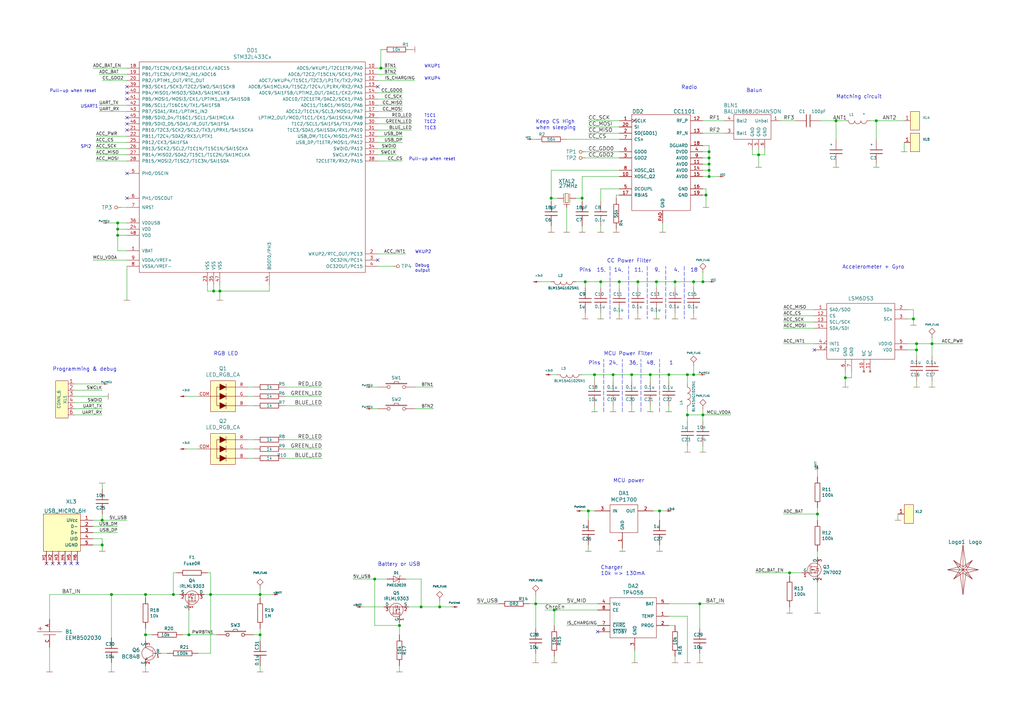
<source format=kicad_sch>
(kicad_sch (version 20210126) (generator eeschema)
  (paper "A3")
  (junction (at 41.91 213.36) (diameter 1.016))
  (junction (at 41.91 223.52) (diameter 1.016))
  (junction (at 45.72 243.84) (diameter 1.016))
  (junction (at 48.26 91.44) (diameter 1.016))
  (junction (at 48.26 93.98) (diameter 1.016))
  (junction (at 48.26 96.52) (diameter 1.016))
  (junction (at 59.69 243.84) (diameter 1.016))
  (junction (at 59.69 260.35) (diameter 1.016))
  (junction (at 71.12 243.84) (diameter 1.016))
  (junction (at 77.47 260.35) (diameter 1.016))
  (junction (at 86.36 243.84) (diameter 1.016))
  (junction (at 87.63 119.38) (diameter 1.016))
  (junction (at 90.17 119.38) (diameter 1.016))
  (junction (at 106.68 243.84) (diameter 1.016))
  (junction (at 106.68 260.35) (diameter 1.016))
  (junction (at 153.67 237.49) (diameter 1.016))
  (junction (at 156.21 27.94) (diameter 1.016))
  (junction (at 163.83 256.54) (diameter 1.016))
  (junction (at 172.72 248.92) (diameter 1.016))
  (junction (at 180.34 248.92) (diameter 1.016))
  (junction (at 219.71 247.65) (diameter 1.016))
  (junction (at 226.06 81.28) (diameter 1.016))
  (junction (at 227.33 250.19) (diameter 1.016))
  (junction (at 238.76 81.28) (diameter 1.016))
  (junction (at 240.03 115.57) (diameter 1.016))
  (junction (at 241.3 209.55) (diameter 1.016))
  (junction (at 243.84 153.67) (diameter 1.016))
  (junction (at 246.38 115.57) (diameter 1.016))
  (junction (at 251.46 153.67) (diameter 1.016))
  (junction (at 254 115.57) (diameter 1.016))
  (junction (at 259.08 153.67) (diameter 1.016))
  (junction (at 261.62 115.57) (diameter 1.016))
  (junction (at 266.7 153.67) (diameter 1.016))
  (junction (at 269.24 115.57) (diameter 1.016))
  (junction (at 270.51 209.55) (diameter 1.016))
  (junction (at 274.32 153.67) (diameter 1.016))
  (junction (at 276.86 115.57) (diameter 1.016))
  (junction (at 281.94 153.67) (diameter 1.016))
  (junction (at 281.94 170.18) (diameter 1.016))
  (junction (at 284.48 115.57) (diameter 1.016))
  (junction (at 284.48 153.67) (diameter 1.016))
  (junction (at 287.02 247.65) (diameter 1.016))
  (junction (at 288.29 115.57) (diameter 1.016))
  (junction (at 288.29 170.18) (diameter 1.016))
  (junction (at 289.56 80.01) (diameter 1.016))
  (junction (at 290.83 62.23) (diameter 1.016))
  (junction (at 290.83 64.77) (diameter 1.016))
  (junction (at 290.83 67.31) (diameter 1.016))
  (junction (at 290.83 69.85) (diameter 1.016))
  (junction (at 290.83 72.39) (diameter 1.016))
  (junction (at 311.15 63.5) (diameter 1.016))
  (junction (at 323.85 234.95) (diameter 1.016))
  (junction (at 335.28 210.82) (diameter 1.016))
  (junction (at 342.9 49.53) (diameter 1.016))
  (junction (at 346.71 154.94) (diameter 1.016))
  (junction (at 359.41 49.53) (diameter 1.016))
  (junction (at 374.65 130.81) (diameter 1.016))
  (junction (at 375.92 140.97) (diameter 1.016))
  (junction (at 375.92 143.51) (diameter 1.016))
  (junction (at 382.27 140.97) (diameter 1.016))
  (no_connect (at 19.05 231.14))
  (no_connect (at 21.59 231.14))
  (no_connect (at 24.13 231.14))
  (no_connect (at 26.67 231.14))
  (no_connect (at 29.21 231.14))
  (no_connect (at 31.75 231.14))
  (no_connect (at 52.07 35.56))
  (no_connect (at 52.07 38.1))
  (no_connect (at 52.07 40.64))
  (no_connect (at 52.07 48.26))
  (no_connect (at 52.07 50.8))
  (no_connect (at 52.07 53.34))
  (no_connect (at 52.07 71.12))
  (no_connect (at 52.07 81.28))
  (no_connect (at 154.94 35.56))
  (no_connect (at 154.94 106.68))
  (no_connect (at 245.11 259.08))
  (no_connect (at 334.01 143.51))
  (wire (pts (xy 20.32 243.84) (xy 20.32 254)))
  (wire (pts (xy 20.32 243.84) (xy 45.72 243.84)))
  (wire (pts (xy 20.32 265.43) (xy 20.32 275.59)))
  (wire (pts (xy 30.48 157.48) (xy 41.91 157.48)))
  (wire (pts (xy 30.48 162.56) (xy 44.45 162.56)))
  (wire (pts (xy 30.48 165.1) (xy 41.91 165.1)))
  (wire (pts (xy 30.48 167.64) (xy 41.91 167.64)))
  (wire (pts (xy 30.48 170.18) (xy 41.91 170.18)))
  (wire (pts (xy 38.1 27.94) (xy 52.07 27.94)))
  (wire (pts (xy 38.1 106.68) (xy 52.07 106.68)))
  (wire (pts (xy 38.1 213.36) (xy 41.91 213.36)))
  (wire (pts (xy 38.1 218.44) (xy 48.26 218.44)))
  (wire (pts (xy 38.1 220.98) (xy 41.91 220.98)))
  (wire (pts (xy 39.37 58.42) (xy 52.07 58.42)))
  (wire (pts (xy 39.37 60.96) (xy 52.07 60.96)))
  (wire (pts (xy 39.37 63.5) (xy 52.07 63.5)))
  (wire (pts (xy 40.64 30.48) (xy 52.07 30.48)))
  (wire (pts (xy 40.64 43.18) (xy 52.07 43.18)))
  (wire (pts (xy 41.91 33.02) (xy 52.07 33.02)))
  (wire (pts (xy 41.91 160.02) (xy 30.48 160.02)))
  (wire (pts (xy 41.91 200.66) (xy 41.91 198.12)))
  (wire (pts (xy 41.91 210.82) (xy 41.91 213.36)))
  (wire (pts (xy 41.91 213.36) (xy 52.07 213.36)))
  (wire (pts (xy 41.91 220.98) (xy 41.91 223.52)))
  (wire (pts (xy 41.91 223.52) (xy 38.1 223.52)))
  (wire (pts (xy 41.91 223.52) (xy 41.91 226.06)))
  (wire (pts (xy 44.45 91.44) (xy 48.26 91.44)))
  (wire (pts (xy 45.72 243.84) (xy 45.72 261.62)))
  (wire (pts (xy 45.72 243.84) (xy 59.69 243.84)))
  (wire (pts (xy 45.72 275.59) (xy 45.72 271.78)))
  (wire (pts (xy 48.26 91.44) (xy 52.07 91.44)))
  (wire (pts (xy 48.26 93.98) (xy 48.26 91.44)))
  (wire (pts (xy 48.26 96.52) (xy 48.26 93.98)))
  (wire (pts (xy 48.26 102.87) (xy 48.26 96.52)))
  (wire (pts (xy 48.26 215.9) (xy 38.1 215.9)))
  (wire (pts (xy 49.53 85.09) (xy 52.07 85.09)))
  (wire (pts (xy 52.07 45.72) (xy 40.64 45.72)))
  (wire (pts (xy 52.07 55.88) (xy 39.37 55.88)))
  (wire (pts (xy 52.07 66.04) (xy 39.37 66.04)))
  (wire (pts (xy 52.07 93.98) (xy 48.26 93.98)))
  (wire (pts (xy 52.07 96.52) (xy 48.26 96.52)))
  (wire (pts (xy 52.07 102.87) (xy 48.26 102.87)))
  (wire (pts (xy 52.07 123.19) (xy 52.07 109.22)))
  (wire (pts (xy 59.69 243.84) (xy 71.12 243.84)))
  (wire (pts (xy 59.69 245.11) (xy 59.69 243.84)))
  (wire (pts (xy 59.69 257.81) (xy 59.69 260.35)))
  (wire (pts (xy 59.69 260.35) (xy 59.69 262.89)))
  (wire (pts (xy 59.69 260.35) (xy 62.23 260.35)))
  (wire (pts (xy 59.69 275.59) (xy 59.69 273.05)))
  (wire (pts (xy 66.04 267.97) (xy 68.58 267.97)))
  (wire (pts (xy 71.12 234.95) (xy 71.12 243.84)))
  (wire (pts (xy 71.12 243.84) (xy 73.66 243.84)))
  (wire (pts (xy 72.39 234.95) (xy 71.12 234.95)))
  (wire (pts (xy 74.93 260.35) (xy 77.47 260.35)))
  (wire (pts (xy 76.2 162.56) (xy 81.28 162.56)))
  (wire (pts (xy 76.2 184.15) (xy 81.28 184.15)))
  (wire (pts (xy 77.47 250.19) (xy 77.47 260.35)))
  (wire (pts (xy 77.47 260.35) (xy 88.9 260.35)))
  (wire (pts (xy 81.28 267.97) (xy 86.36 267.97)))
  (wire (pts (xy 83.82 243.84) (xy 86.36 243.84)))
  (wire (pts (xy 85.09 116.84) (xy 85.09 119.38)))
  (wire (pts (xy 85.09 119.38) (xy 87.63 119.38)))
  (wire (pts (xy 85.09 234.95) (xy 86.36 234.95)))
  (wire (pts (xy 86.36 234.95) (xy 86.36 243.84)))
  (wire (pts (xy 86.36 243.84) (xy 106.68 243.84)))
  (wire (pts (xy 86.36 267.97) (xy 86.36 243.84)))
  (wire (pts (xy 87.63 116.84) (xy 87.63 119.38)))
  (wire (pts (xy 87.63 119.38) (xy 90.17 119.38)))
  (wire (pts (xy 90.17 119.38) (xy 90.17 116.84)))
  (wire (pts (xy 90.17 119.38) (xy 110.49 119.38)))
  (wire (pts (xy 90.17 123.19) (xy 90.17 119.38)))
  (wire (pts (xy 101.6 158.75) (xy 104.14 158.75)))
  (wire (pts (xy 101.6 162.56) (xy 104.14 162.56)))
  (wire (pts (xy 101.6 166.37) (xy 104.14 166.37)))
  (wire (pts (xy 101.6 180.34) (xy 104.14 180.34)))
  (wire (pts (xy 101.6 184.15) (xy 104.14 184.15)))
  (wire (pts (xy 101.6 187.96) (xy 104.14 187.96)))
  (wire (pts (xy 104.14 260.35) (xy 106.68 260.35)))
  (wire (pts (xy 106.68 241.3) (xy 106.68 243.84)))
  (wire (pts (xy 106.68 243.84) (xy 106.68 245.11)))
  (wire (pts (xy 106.68 243.84) (xy 111.76 243.84)))
  (wire (pts (xy 106.68 257.81) (xy 106.68 260.35)))
  (wire (pts (xy 106.68 260.35) (xy 106.68 262.89)))
  (wire (pts (xy 106.68 275.59) (xy 106.68 273.05)))
  (wire (pts (xy 110.49 119.38) (xy 110.49 116.84)))
  (wire (pts (xy 116.84 158.75) (xy 132.08 158.75)))
  (wire (pts (xy 116.84 162.56) (xy 132.08 162.56)))
  (wire (pts (xy 116.84 166.37) (xy 132.08 166.37)))
  (wire (pts (xy 116.84 180.34) (xy 132.08 180.34)))
  (wire (pts (xy 116.84 184.15) (xy 132.08 184.15)))
  (wire (pts (xy 116.84 187.96) (xy 132.08 187.96)))
  (wire (pts (xy 144.78 237.49) (xy 153.67 237.49)))
  (wire (pts (xy 152.4 158.75) (xy 154.94 158.75)))
  (wire (pts (xy 152.4 167.64) (xy 154.94 167.64)))
  (wire (pts (xy 153.67 237.49) (xy 153.67 256.54)))
  (wire (pts (xy 153.67 237.49) (xy 158.75 237.49)))
  (wire (pts (xy 153.67 256.54) (xy 163.83 256.54)))
  (wire (pts (xy 154.94 40.64) (xy 165.1 40.64)))
  (wire (pts (xy 154.94 45.72) (xy 165.1 45.72)))
  (wire (pts (xy 154.94 48.26) (xy 168.91 48.26)))
  (wire (pts (xy 154.94 53.34) (xy 168.91 53.34)))
  (wire (pts (xy 154.94 58.42) (xy 165.1 58.42)))
  (wire (pts (xy 154.94 60.96) (xy 162.56 60.96)))
  (wire (pts (xy 154.94 63.5) (xy 162.56 63.5)))
  (wire (pts (xy 156.21 20.32) (xy 156.21 27.94)))
  (wire (pts (xy 156.21 27.94) (xy 154.94 27.94)))
  (wire (pts (xy 157.48 248.92) (xy 148.59 248.92)))
  (wire (pts (xy 161.29 109.22) (xy 154.94 109.22)))
  (wire (pts (xy 162.56 27.94) (xy 156.21 27.94)))
  (wire (pts (xy 162.56 30.48) (xy 154.94 30.48)))
  (wire (pts (xy 163.83 255.27) (xy 163.83 256.54)))
  (wire (pts (xy 163.83 256.54) (xy 163.83 260.35)))
  (wire (pts (xy 163.83 273.05) (xy 163.83 275.59)))
  (wire (pts (xy 165.1 38.1) (xy 154.94 38.1)))
  (wire (pts (xy 165.1 43.18) (xy 154.94 43.18)))
  (wire (pts (xy 165.1 55.88) (xy 154.94 55.88)))
  (wire (pts (xy 165.1 66.04) (xy 154.94 66.04)))
  (wire (pts (xy 166.37 104.14) (xy 154.94 104.14)))
  (wire (pts (xy 166.37 237.49) (xy 172.72 237.49)))
  (wire (pts (xy 167.64 248.92) (xy 172.72 248.92)))
  (wire (pts (xy 168.91 20.32) (xy 170.18 20.32)))
  (wire (pts (xy 168.91 50.8) (xy 154.94 50.8)))
  (wire (pts (xy 170.18 33.02) (xy 154.94 33.02)))
  (wire (pts (xy 172.72 237.49) (xy 172.72 248.92)))
  (wire (pts (xy 172.72 248.92) (xy 180.34 248.92)))
  (wire (pts (xy 177.8 158.75) (xy 170.18 158.75)))
  (wire (pts (xy 177.8 167.64) (xy 170.18 167.64)))
  (wire (pts (xy 180.34 248.92) (xy 180.34 246.38)))
  (wire (pts (xy 180.34 248.92) (xy 185.42 248.92)))
  (wire (pts (xy 195.58 247.65) (xy 204.47 247.65)))
  (wire (pts (xy 217.17 247.65) (xy 219.71 247.65)))
  (wire (pts (xy 218.44 57.15) (xy 219.71 57.15)))
  (wire (pts (xy 219.71 243.84) (xy 219.71 247.65)))
  (wire (pts (xy 219.71 247.65) (xy 219.71 257.81)))
  (wire (pts (xy 219.71 247.65) (xy 245.11 247.65)))
  (wire (pts (xy 219.71 271.78) (xy 219.71 267.97)))
  (wire (pts (xy 220.98 115.57) (xy 226.06 115.57)))
  (wire (pts (xy 223.52 250.19) (xy 227.33 250.19)))
  (wire (pts (xy 226.06 69.85) (xy 226.06 81.28)))
  (wire (pts (xy 226.06 81.28) (xy 226.06 82.55)))
  (wire (pts (xy 226.06 92.71) (xy 226.06 95.25)))
  (wire (pts (xy 226.06 153.67) (xy 228.6 153.67)))
  (wire (pts (xy 227.33 250.19) (xy 245.11 250.19)))
  (wire (pts (xy 227.33 256.54) (xy 227.33 250.19)))
  (wire (pts (xy 227.33 269.24) (xy 227.33 271.78)))
  (wire (pts (xy 228.6 81.28) (xy 226.06 81.28)))
  (wire (pts (xy 232.41 57.15) (xy 254 57.15)))
  (wire (pts (xy 232.41 85.09) (xy 232.41 95.25)))
  (wire (pts (xy 232.41 256.54) (xy 245.11 256.54)))
  (wire (pts (xy 236.22 81.28) (xy 238.76 81.28)))
  (wire (pts (xy 236.22 115.57) (xy 240.03 115.57)))
  (wire (pts (xy 238.76 72.39) (xy 254 72.39)))
  (wire (pts (xy 238.76 81.28) (xy 238.76 72.39)))
  (wire (pts (xy 238.76 82.55) (xy 238.76 81.28)))
  (wire (pts (xy 238.76 92.71) (xy 238.76 95.25)))
  (wire (pts (xy 238.76 153.67) (xy 243.84 153.67)))
  (wire (pts (xy 238.76 209.55) (xy 241.3 209.55)))
  (wire (pts (xy 240.03 62.23) (xy 254 62.23)))
  (wire (pts (xy 240.03 64.77) (xy 254 64.77)))
  (wire (pts (xy 240.03 115.57) (xy 246.38 115.57)))
  (wire (pts (xy 240.03 118.11) (xy 240.03 115.57)))
  (wire (pts (xy 240.03 128.27) (xy 240.03 130.81)))
  (wire (pts (xy 241.3 49.53) (xy 254 49.53)))
  (wire (pts (xy 241.3 52.07) (xy 254 52.07)))
  (wire (pts (xy 241.3 54.61) (xy 254 54.61)))
  (wire (pts (xy 241.3 209.55) (xy 241.3 213.36)))
  (wire (pts (xy 241.3 209.55) (xy 243.84 209.55)))
  (wire (pts (xy 241.3 223.52) (xy 241.3 226.06)))
  (wire (pts (xy 243.84 153.67) (xy 251.46 153.67)))
  (wire (pts (xy 243.84 156.21) (xy 243.84 153.67)))
  (wire (pts (xy 243.84 166.37) (xy 243.84 168.91)))
  (wire (pts (xy 246.38 77.47) (xy 246.38 82.55)))
  (wire (pts (xy 246.38 92.71) (xy 246.38 95.25)))
  (wire (pts (xy 246.38 115.57) (xy 254 115.57)))
  (wire (pts (xy 246.38 118.11) (xy 246.38 115.57)))
  (wire (pts (xy 246.38 128.27) (xy 246.38 130.81)))
  (wire (pts (xy 251.46 153.67) (xy 259.08 153.67)))
  (wire (pts (xy 251.46 156.21) (xy 251.46 153.67)))
  (wire (pts (xy 251.46 166.37) (xy 251.46 168.91)))
  (wire (pts (xy 252.73 80.01) (xy 254 80.01)))
  (wire (pts (xy 252.73 81.28) (xy 252.73 80.01)))
  (wire (pts (xy 252.73 93.98) (xy 252.73 95.25)))
  (wire (pts (xy 254 69.85) (xy 226.06 69.85)))
  (wire (pts (xy 254 77.47) (xy 246.38 77.47)))
  (wire (pts (xy 254 115.57) (xy 261.62 115.57)))
  (wire (pts (xy 254 118.11) (xy 254 115.57)))
  (wire (pts (xy 254 128.27) (xy 254 130.81)))
  (wire (pts (xy 255.27 226.06) (xy 255.27 224.79)))
  (wire (pts (xy 259.08 153.67) (xy 266.7 153.67)))
  (wire (pts (xy 259.08 156.21) (xy 259.08 153.67)))
  (wire (pts (xy 259.08 166.37) (xy 259.08 168.91)))
  (wire (pts (xy 260.35 266.7) (xy 260.35 271.78)))
  (wire (pts (xy 261.62 115.57) (xy 269.24 115.57)))
  (wire (pts (xy 261.62 118.11) (xy 261.62 115.57)))
  (wire (pts (xy 261.62 128.27) (xy 261.62 130.81)))
  (wire (pts (xy 266.7 153.67) (xy 274.32 153.67)))
  (wire (pts (xy 266.7 156.21) (xy 266.7 153.67)))
  (wire (pts (xy 266.7 166.37) (xy 266.7 168.91)))
  (wire (pts (xy 267.97 209.55) (xy 270.51 209.55)))
  (wire (pts (xy 269.24 115.57) (xy 276.86 115.57)))
  (wire (pts (xy 269.24 118.11) (xy 269.24 115.57)))
  (wire (pts (xy 269.24 128.27) (xy 269.24 130.81)))
  (wire (pts (xy 270.51 209.55) (xy 270.51 213.36)))
  (wire (pts (xy 270.51 209.55) (xy 273.05 209.55)))
  (wire (pts (xy 270.51 223.52) (xy 270.51 226.06)))
  (wire (pts (xy 271.78 91.44) (xy 271.78 95.25)))
  (wire (pts (xy 274.32 153.67) (xy 281.94 153.67)))
  (wire (pts (xy 274.32 156.21) (xy 274.32 153.67)))
  (wire (pts (xy 274.32 166.37) (xy 274.32 168.91)))
  (wire (pts (xy 274.32 247.65) (xy 287.02 247.65)))
  (wire (pts (xy 274.32 256.54) (xy 276.86 256.54)))
  (wire (pts (xy 276.86 115.57) (xy 284.48 115.57)))
  (wire (pts (xy 276.86 118.11) (xy 276.86 115.57)))
  (wire (pts (xy 276.86 128.27) (xy 276.86 130.81)))
  (wire (pts (xy 276.86 271.78) (xy 276.86 269.24)))
  (wire (pts (xy 281.94 153.67) (xy 284.48 153.67)))
  (wire (pts (xy 281.94 157.48) (xy 281.94 153.67)))
  (wire (pts (xy 281.94 167.64) (xy 281.94 170.18)))
  (wire (pts (xy 281.94 170.18) (xy 281.94 172.72)))
  (wire (pts (xy 281.94 170.18) (xy 288.29 170.18)))
  (wire (pts (xy 281.94 182.88) (xy 281.94 185.42)))
  (wire (pts (xy 281.94 252.73) (xy 274.32 252.73)))
  (wire (pts (xy 281.94 252.73) (xy 281.94 271.78)))
  (wire (pts (xy 284.48 115.57) (xy 288.29 115.57)))
  (wire (pts (xy 284.48 118.11) (xy 284.48 115.57)))
  (wire (pts (xy 284.48 128.27) (xy 284.48 130.81)))
  (wire (pts (xy 284.48 153.67) (xy 284.48 149.86)))
  (wire (pts (xy 284.48 153.67) (xy 287.02 153.67)))
  (wire (pts (xy 287.02 247.65) (xy 297.18 247.65)))
  (wire (pts (xy 287.02 257.81) (xy 287.02 247.65)))
  (wire (pts (xy 287.02 271.78) (xy 287.02 267.97)))
  (wire (pts (xy 288.29 49.53) (xy 297.18 49.53)))
  (wire (pts (xy 288.29 59.69) (xy 290.83 59.69)))
  (wire (pts (xy 288.29 62.23) (xy 290.83 62.23)))
  (wire (pts (xy 288.29 64.77) (xy 290.83 64.77)))
  (wire (pts (xy 288.29 67.31) (xy 290.83 67.31)))
  (wire (pts (xy 288.29 69.85) (xy 290.83 69.85)))
  (wire (pts (xy 288.29 72.39) (xy 290.83 72.39)))
  (wire (pts (xy 288.29 80.01) (xy 289.56 80.01)))
  (wire (pts (xy 288.29 115.57) (xy 288.29 111.76)))
  (wire (pts (xy 288.29 115.57) (xy 290.83 115.57)))
  (wire (pts (xy 288.29 167.64) (xy 288.29 170.18)))
  (wire (pts (xy 288.29 170.18) (xy 288.29 172.72)))
  (wire (pts (xy 288.29 170.18) (xy 299.72 170.18)))
  (wire (pts (xy 288.29 182.88) (xy 288.29 185.42)))
  (wire (pts (xy 289.56 77.47) (xy 288.29 77.47)))
  (wire (pts (xy 289.56 80.01) (xy 289.56 77.47)))
  (wire (pts (xy 289.56 85.09) (xy 289.56 80.01)))
  (wire (pts (xy 290.83 59.69) (xy 290.83 62.23)))
  (wire (pts (xy 290.83 62.23) (xy 290.83 64.77)))
  (wire (pts (xy 290.83 64.77) (xy 290.83 67.31)))
  (wire (pts (xy 290.83 67.31) (xy 290.83 69.85)))
  (wire (pts (xy 290.83 69.85) (xy 290.83 72.39)))
  (wire (pts (xy 290.83 72.39) (xy 294.64 72.39)))
  (wire (pts (xy 297.18 54.61) (xy 288.29 54.61)))
  (wire (pts (xy 308.61 60.96) (xy 308.61 63.5)))
  (wire (pts (xy 308.61 63.5) (xy 311.15 63.5)))
  (wire (pts (xy 309.88 234.95) (xy 323.85 234.95)))
  (wire (pts (xy 311.15 60.96) (xy 311.15 63.5)))
  (wire (pts (xy 311.15 63.5) (xy 311.15 68.58)))
  (wire (pts (xy 311.15 63.5) (xy 313.69 63.5)))
  (wire (pts (xy 313.69 63.5) (xy 313.69 60.96)))
  (wire (pts (xy 320.04 49.53) (xy 326.39 49.53)))
  (wire (pts (xy 321.31 127) (xy 334.01 127)))
  (wire (pts (xy 321.31 129.54) (xy 334.01 129.54)))
  (wire (pts (xy 321.31 132.08) (xy 334.01 132.08)))
  (wire (pts (xy 321.31 140.97) (xy 334.01 140.97)))
  (wire (pts (xy 321.31 210.82) (xy 335.28 210.82)))
  (wire (pts (xy 323.85 234.95) (xy 323.85 236.22)))
  (wire (pts (xy 323.85 248.92) (xy 323.85 251.46)))
  (wire (pts (xy 328.93 234.95) (xy 323.85 234.95)))
  (wire (pts (xy 334.01 134.62) (xy 321.31 134.62)))
  (wire (pts (xy 335.28 193.04) (xy 335.28 195.58)))
  (wire (pts (xy 335.28 210.82) (xy 335.28 208.28)))
  (wire (pts (xy 335.28 213.36) (xy 335.28 210.82)))
  (wire (pts (xy 335.28 228.6) (xy 335.28 226.06)))
  (wire (pts (xy 335.28 238.76) (xy 335.28 251.46)))
  (wire (pts (xy 336.55 49.53) (xy 342.9 49.53)))
  (wire (pts (xy 342.9 49.53) (xy 342.9 57.15)))
  (wire (pts (xy 342.9 49.53) (xy 346.71 49.53)))
  (wire (pts (xy 342.9 67.31) (xy 342.9 68.58)))
  (wire (pts (xy 346.71 152.4) (xy 346.71 154.94)))
  (wire (pts (xy 346.71 154.94) (xy 346.71 158.75)))
  (wire (pts (xy 349.25 152.4) (xy 349.25 154.94)))
  (wire (pts (xy 349.25 154.94) (xy 346.71 154.94)))
  (wire (pts (xy 356.87 49.53) (xy 359.41 49.53)))
  (wire (pts (xy 359.41 49.53) (xy 359.41 57.15)))
  (wire (pts (xy 359.41 49.53) (xy 370.84 49.53)))
  (wire (pts (xy 359.41 67.31) (xy 359.41 68.58)))
  (wire (pts (xy 368.3 210.82) (xy 368.3 213.36)))
  (wire (pts (xy 370.84 58.42) (xy 370.84 62.23)))
  (wire (pts (xy 372.11 130.81) (xy 374.65 130.81)))
  (wire (pts (xy 372.11 140.97) (xy 375.92 140.97)))
  (wire (pts (xy 372.11 143.51) (xy 375.92 143.51)))
  (wire (pts (xy 374.65 127) (xy 372.11 127)))
  (wire (pts (xy 374.65 127) (xy 374.65 130.81)))
  (wire (pts (xy 374.65 130.81) (xy 374.65 133.35)))
  (wire (pts (xy 375.92 140.97) (xy 375.92 143.51)))
  (wire (pts (xy 375.92 140.97) (xy 382.27 140.97)))
  (wire (pts (xy 375.92 143.51) (xy 375.92 146.05)))
  (wire (pts (xy 375.92 156.21) (xy 375.92 158.75)))
  (wire (pts (xy 382.27 138.43) (xy 382.27 140.97)))
  (wire (pts (xy 382.27 140.97) (xy 382.27 146.05)))
  (wire (pts (xy 382.27 140.97) (xy 394.97 140.97)))
  (wire (pts (xy 382.27 156.21) (xy 382.27 158.75)))
  (polyline (pts (xy 247.65 168.91) (xy 247.65 147.32)) (stroke (width 0) (type dash)))
  (polyline (pts (xy 250.19 109.22) (xy 250.19 130.81)) (stroke (width 0) (type dash)))
  (polyline (pts (xy 255.27 168.91) (xy 255.27 147.32)) (stroke (width 0) (type dash)))
  (polyline (pts (xy 257.81 130.81) (xy 257.81 109.22)) (stroke (width 0) (type dash)))
  (polyline (pts (xy 262.89 168.91) (xy 262.89 147.32)) (stroke (width 0) (type dash)))
  (polyline (pts (xy 265.43 109.22) (xy 265.43 130.81)) (stroke (width 0) (type dash)))
  (polyline (pts (xy 270.51 168.91) (xy 270.51 147.32)) (stroke (width 0) (type dash)))
  (polyline (pts (xy 273.05 130.81) (xy 273.05 109.22)) (stroke (width 0) (type dash)))
  (polyline (pts (xy 280.67 109.22) (xy 280.67 130.81)) (stroke (width 0) (type dash)))
  (text "Pull-up when reset" (at 20.32 38.1 0) (effects (font (size 1.27 1.27)) (justify left bottom)))
  (text "Programming & debug" (at 21.59 152.4 0) (effects (font (size 1.524 1.524)) (justify left bottom)))
  (text "USART1" (at 33.02 44.45 0) (effects (font (size 1.27 1.27)) (justify left bottom)))
  (text "SPI2" (at 33.02 60.96 0) (effects (font (size 1.27 1.27)) (justify left bottom)))
  (text "RGB LED" (at 87.63 146.05 0) (effects (font (size 1.524 1.524)) (justify left bottom)))
  (text "Battery or USB" (at 154.94 232.41 0) (effects (font (size 1.524 1.524)) (justify left bottom)))
  (text "Pull-up when reset" (at 167.64 66.04 0) (effects (font (size 1.27 1.27)) (justify left bottom)))
  (text "WKUP2" (at 170.18 104.14 0) (effects (font (size 1.27 1.27)) (justify left bottom)))
  (text "Debug \noutput" (at 170.18 111.76 0) (effects (font (size 1.27 1.27)) (justify left bottom)))
  (text "WKUP1" (at 173.99 27.94 0) (effects (font (size 1.27 1.27)) (justify left bottom)))
  (text "WKUP4" (at 173.99 33.02 0) (effects (font (size 1.27 1.27)) (justify left bottom)))
  (text "T1C1" (at 173.99 48.26 0) (effects (font (size 1.27 1.27)) (justify left bottom)))
  (text "T1C2" (at 173.99 50.8 0) (effects (font (size 1.27 1.27)) (justify left bottom)))
  (text "T1C3" (at 173.99 53.34 0) (effects (font (size 1.27 1.27)) (justify left bottom)))
  (text "Keep CS High\nwhen sleeping" (at 219.71 53.34 0) (effects (font (size 1.524 1.524)) (justify left bottom)))
  (text "Pins  15,   14,    11,    9,     4,    18" (at 237.49 111.76 0) (effects (font (size 1.524 1.524)) (justify left bottom)))
  (text "Pins   24,    36,   48,     1" (at 241.3 149.86 0) (effects (font (size 1.524 1.524)) (justify left bottom)))
  (text "Charger\n10k => 130mA" (at 246.38 236.22 0) (effects (font (size 1.524 1.524)) (justify left bottom)))
  (text "MCU Power Filter" (at 247.65 146.05 0) (effects (font (size 1.524 1.524)) (justify left bottom)))
  (text "CC Power Filter" (at 248.92 107.95 0) (effects (font (size 1.524 1.524)) (justify left bottom)))
  (text "MCU power" (at 251.46 198.12 0) (effects (font (size 1.524 1.524)) (justify left bottom)))
  (text "Radio" (at 279.4 36.83 0) (effects (font (size 1.524 1.524)) (justify left bottom)))
  (text "Balun" (at 306.07 38.1 0) (effects (font (size 1.524 1.524)) (justify left bottom)))
  (text "Matching circuit" (at 342.9 40.64 0) (effects (font (size 1.524 1.524)) (justify left bottom)))
  (text "Accelerometer + Gyro" (at 345.44 110.49 0) (effects (font (size 1.524 1.524)) (justify left bottom)))
  (label "BAT_IN" (at 25.4 243.84 0) (effects (font (size 1.524 1.524))))
  (label "ADC_BAT_EN" (at 38.1 27.94 0))
  (label "MCU_VDDA" (at 38.1 106.68 0))
  (label "ACC_PWR" (at 39.37 55.88 0))
  (label "ACC_CS" (at 39.37 58.42 0))
  (label "ACC_SCK" (at 39.37 60.96 0))
  (label "ACC_MISO" (at 39.37 63.5 0))
  (label "ACC_MOSI" (at 39.37 66.04 0))
  (label "ADC_BAT" (at 40.64 30.48 0))
  (label "UART_TX" (at 40.64 43.18 0))
  (label "UART_RX" (at 40.64 45.72 0))
  (label "CC_GDO2" (at 41.91 33.02 0))
  (label "SWCLK" (at 41.91 160.02 180))
  (label "SWDIO" (at 41.91 165.1 180))
  (label "UART_TX" (at 41.91 167.64 180))
  (label "UART_RX" (at 41.91 170.18 180))
  (label "USB_DM" (at 48.26 215.9 180))
  (label "USB_DP" (at 48.26 218.44 180))
  (label "5V_USB" (at 52.07 213.36 180))
  (label "PWRBTN1" (at 87.63 260.35 180))
  (label "RED_LED" (at 132.08 158.75 180) (effects (font (size 1.524 1.524))))
  (label "GREEN_LED" (at 132.08 162.56 180) (effects (font (size 1.524 1.524))))
  (label "BLUE_LED" (at 132.08 166.37 180) (effects (font (size 1.524 1.524))))
  (label "RED_LED" (at 132.08 180.34 180) (effects (font (size 1.524 1.524))))
  (label "GREEN_LED" (at 132.08 184.15 180) (effects (font (size 1.524 1.524))))
  (label "BLUE_LED" (at 132.08 187.96 180) (effects (font (size 1.524 1.524))))
  (label "5V_USB" (at 144.78 237.49 0))
  (label "BTN1" (at 162.56 27.94 180))
  (label "BTN2" (at 162.56 30.48 180))
  (label "SWDIO" (at 162.56 60.96 180))
  (label "SWCLK" (at 162.56 63.5 180))
  (label "CC_GDO0" (at 165.1 38.1 180))
  (label "CC_SCK" (at 165.1 40.64 180))
  (label "CC_MISO" (at 165.1 43.18 180))
  (label "CC_MOSI" (at 165.1 45.72 180))
  (label "USB_DM" (at 165.1 55.88 180))
  (label "USB_DP" (at 165.1 58.42 180))
  (label "CC_CS" (at 165.1 66.04 180))
  (label "ACC_INT1" (at 166.37 104.14 180))
  (label "RED_LED" (at 168.91 48.26 180))
  (label "GREEN_LED" (at 168.91 50.8 180))
  (label "BLUE_LED" (at 168.91 53.34 180))
  (label "IS_CHARGING" (at 170.18 33.02 180))
  (label "BTN1" (at 177.8 158.75 180))
  (label "BTN2" (at 177.8 167.64 180))
  (label "5V_USB" (at 195.58 247.65 0) (effects (font (size 1.524 1.524))))
  (label "ChrgEn" (at 223.52 250.19 0) (effects (font (size 1.524 1.524))))
  (label "5V_MID" (at 232.41 247.65 0) (effects (font (size 1.524 1.524))))
  (label "IS_CHARGING" (at 232.41 256.54 0))
  (label "CC_SCK" (at 241.3 49.53 0) (effects (font (size 1.524 1.524))))
  (label "CC_MOSI" (at 241.3 52.07 0) (effects (font (size 1.524 1.524))))
  (label "CC_MISO" (at 241.3 54.61 0) (effects (font (size 1.524 1.524))))
  (label "CC_CS" (at 241.3 57.15 0) (effects (font (size 1.524 1.524))))
  (label "CC_GDO0" (at 241.3 62.23 0) (effects (font (size 1.524 1.524))))
  (label "CC_GDO2" (at 241.3 64.77 0) (effects (font (size 1.524 1.524))))
  (label "RF1" (at 290.83 49.53 0) (effects (font (size 1.524 1.524))))
  (label "RF2" (at 290.83 54.61 0) (effects (font (size 1.524 1.524))))
  (label "BAT_IN" (at 297.18 247.65 180) (effects (font (size 1.524 1.524))))
  (label "MCU_VDDA" (at 299.72 170.18 180))
  (label "ADC_BAT_EN" (at 309.88 234.95 0))
  (label "RF3" (at 321.31 49.53 0) (effects (font (size 1.524 1.524))))
  (label "ACC_MISO" (at 321.31 127 0))
  (label "ACC_CS" (at 321.31 129.54 0))
  (label "ACC_SCK" (at 321.31 132.08 0))
  (label "ACC_MOSI" (at 321.31 134.62 0))
  (label "ACC_INT1" (at 321.31 140.97 0))
  (label "ADC_BAT" (at 321.31 210.82 0))
  (label "ANT1" (at 341.63 49.53 0) (effects (font (size 1.524 1.524))))
  (label "ANT2" (at 361.95 49.53 0) (effects (font (size 1.524 1.524))))
  (label "ACC_PWR" (at 394.97 140.97 180))
  (symbol (lib_id "power:GND") (at 20.32 275.59 0) (unit 1)
    (property "Reference" "#PWR073" (effects hide))
    (property "Value" "GND" (effects hide))
  )
  (symbol (lib_id "power:GND") (at 41.91 198.12 0) (unit 1)
    (property "Reference" "#PWR051" (effects hide))
    (property "Value" "GND" (effects hide))
  )
  (symbol (lib_id "power:GND") (at 41.91 226.06 0) (unit 1)
    (property "Reference" "#PWR053" (effects hide))
    (property "Value" "GND" (effects hide))
  )
  (symbol (lib_id "power:GND") (at 44.45 162.56 270) (unit 1)
    (property "Reference" "#PWR038" (effects hide))
    (property "Value" "GND" (effects hide))
  )
  (symbol (lib_id "power:GND") (at 45.72 275.59 0) (unit 1)
    (property "Reference" "#PWR075" (effects hide))
    (property "Value" "GND" (effects hide))
  )
  (symbol (lib_id "power:GND") (at 52.07 123.19 0) (unit 1)
    (property "Reference" "#PWR021" (effects hide))
    (property "Value" "GND" (effects hide))
  )
  (symbol (lib_id "power:GND") (at 59.69 275.59 0) (unit 1)
    (property "Reference" "#PWR046" (effects hide))
    (property "Value" "GND" (effects hide))
  )
  (symbol (lib_id "power:+3v3") (at 76.2 162.56 0) (mirror y) (unit 1)
    (property "Reference" "#PWR039" (effects hide))
    (property "Value" "+3v3" (at 76.2 160.02 0) (effects (font (size 0.762 0.762))))
  )
  (symbol (lib_id "power:+3v3") (at 76.2 184.15 0) (mirror y) (unit 1)
    (property "Reference" "#PWR047" (effects hide))
    (property "Value" "+3v3" (at 76.2 181.61 0) (effects (font (size 0.762 0.762))))
  )
  (symbol (lib_id "power:GND") (at 90.17 123.19 0) (unit 1)
    (property "Reference" "#PWR022" (effects hide))
    (property "Value" "GND" (effects hide))
  )
  (symbol (lib_id "power:GND") (at 106.68 275.59 0) (unit 1)
    (property "Reference" "#PWR058" (effects hide))
    (property "Value" "GND" (effects hide))
  )
  (symbol (lib_id "power:+BATT") (at 111.76 243.84 0) (unit 1)
    (property "Reference" "#PWR062" (effects hide))
    (property "Value" "+BATT" (at 113.792 243.078 0) (effects (font (size 0.762 0.762))))
  )
  (symbol (lib_id "power:+BATT") (at 148.59 248.92 0) (mirror y) (unit 1)
    (property "Reference" "#PWR054" (effects hide))
    (property "Value" "+BATT" (at 146.558 248.158 0) (effects (font (size 0.762 0.762))))
  )
  (symbol (lib_id "power:GND") (at 163.83 275.59 0) (unit 1)
    (property "Reference" "#PWR072" (effects hide))
    (property "Value" "GND" (effects hide))
  )
  (symbol (lib_id "power:GND") (at 170.18 20.32 90) (unit 1)
    (property "Reference" "#PWR01" (effects hide))
    (property "Value" "GND" (effects hide))
  )
  (symbol (lib_id "power:PwrUnst") (at 185.42 248.92 0) (unit 1)
    (property "Reference" "#PWR055" (effects hide))
    (property "Value" "PwrUnst" (at 186.3852 247.1928 0) (effects (font (size 0.762 0.762))))
  )
  (symbol (lib_id "power:GND") (at 219.71 271.78 0) (unit 1)
    (property "Reference" "#PWR066" (effects hide))
    (property "Value" "GND" (effects hide))
  )
  (symbol (lib_id "power:+3v3") (at 220.98 115.57 0) (mirror y) (unit 1)
    (property "Reference" "#PWR019" (effects hide))
    (property "Value" "+3v3" (at 220.98 113.03 0) (effects (font (size 0.762 0.762))))
  )
  (symbol (lib_id "power:GND") (at 226.06 95.25 0) (unit 1)
    (property "Reference" "#PWR013" (effects hide))
    (property "Value" "GND" (effects hide))
  )
  (symbol (lib_id "power:+3v3") (at 226.06 153.67 0) (mirror y) (unit 1)
    (property "Reference" "#PWR031" (effects hide))
    (property "Value" "+3v3" (at 225.1202 151.9428 0) (effects (font (size 0.762 0.762))))
  )
  (symbol (lib_id "power:GND") (at 227.33 271.78 0) (unit 1)
    (property "Reference" "#PWR067" (effects hide))
    (property "Value" "GND" (effects hide))
  )
  (symbol (lib_id "power:GND") (at 232.41 95.25 0) (unit 1)
    (property "Reference" "#PWR014" (effects hide))
    (property "Value" "GND" (effects hide))
  )
  (symbol (lib_id "power:GND") (at 238.76 95.25 0) (unit 1)
    (property "Reference" "#PWR015" (effects hide))
    (property "Value" "GND" (effects hide))
  )
  (symbol (lib_id "power:PwrUnst") (at 238.76 209.55 0) (mirror y) (unit 1)
    (property "Reference" "#PWR056" (effects hide))
    (property "Value" "PwrUnst" (at 237.7948 207.8228 0) (effects (font (size 0.762 0.762))))
  )
  (symbol (lib_id "power:GND") (at 240.03 130.81 0) (unit 1)
    (property "Reference" "#PWR023" (effects hide))
    (property "Value" "GND" (effects hide))
  )
  (symbol (lib_id "power:GND") (at 241.3 226.06 0) (unit 1)
    (property "Reference" "#PWR063" (effects hide))
    (property "Value" "GND" (effects hide))
  )
  (symbol (lib_id "power:GND") (at 243.84 168.91 0) (unit 1)
    (property "Reference" "#PWR041" (effects hide))
    (property "Value" "GND" (effects hide))
  )
  (symbol (lib_id "power:GND") (at 246.38 95.25 0) (unit 1)
    (property "Reference" "#PWR016" (effects hide))
    (property "Value" "GND" (effects hide))
  )
  (symbol (lib_id "power:GND") (at 246.38 130.81 0) (unit 1)
    (property "Reference" "#PWR024" (effects hide))
    (property "Value" "GND" (effects hide))
  )
  (symbol (lib_id "power:GND") (at 251.46 168.91 0) (unit 1)
    (property "Reference" "#PWR042" (effects hide))
    (property "Value" "GND" (effects hide))
  )
  (symbol (lib_id "power:GND") (at 252.73 95.25 0) (unit 1)
    (property "Reference" "#PWR017" (effects hide))
    (property "Value" "GND" (effects hide))
  )
  (symbol (lib_id "power:GND") (at 254 130.81 0) (unit 1)
    (property "Reference" "#PWR025" (effects hide))
    (property "Value" "GND" (effects hide))
  )
  (symbol (lib_id "power:GND") (at 255.27 226.06 0) (unit 1)
    (property "Reference" "#PWR064" (effects hide))
    (property "Value" "GND" (effects hide))
  )
  (symbol (lib_id "power:GND") (at 259.08 168.91 0) (unit 1)
    (property "Reference" "#PWR043" (effects hide))
    (property "Value" "GND" (effects hide))
  )
  (symbol (lib_id "power:GND") (at 260.35 271.78 0) (unit 1)
    (property "Reference" "#PWR068" (effects hide))
    (property "Value" "GND" (effects hide))
  )
  (symbol (lib_id "power:GND") (at 261.62 130.81 0) (unit 1)
    (property "Reference" "#PWR026" (effects hide))
    (property "Value" "GND" (effects hide))
  )
  (symbol (lib_id "power:GND") (at 266.7 168.91 0) (unit 1)
    (property "Reference" "#PWR044" (effects hide))
    (property "Value" "GND" (effects hide))
  )
  (symbol (lib_id "power:GND") (at 269.24 130.81 0) (unit 1)
    (property "Reference" "#PWR027" (effects hide))
    (property "Value" "GND" (effects hide))
  )
  (symbol (lib_id "power:GND") (at 270.51 226.06 0) (unit 1)
    (property "Reference" "#PWR065" (effects hide))
    (property "Value" "GND" (effects hide))
  )
  (symbol (lib_id "power:GND") (at 271.78 95.25 0) (unit 1)
    (property "Reference" "#PWR018" (effects hide))
    (property "Value" "GND" (effects hide))
  )
  (symbol (lib_id "power:+3v3") (at 273.05 209.55 0) (unit 1)
    (property "Reference" "#PWR057" (effects hide))
    (property "Value" "+3v3" (at 275.082 208.788 0) (effects (font (size 0.762 0.762))))
  )
  (symbol (lib_id "power:GND") (at 274.32 168.91 0) (unit 1)
    (property "Reference" "#PWR045" (effects hide))
    (property "Value" "GND" (effects hide))
  )
  (symbol (lib_id "power:GND") (at 276.86 130.81 0) (unit 1)
    (property "Reference" "#PWR028" (effects hide))
    (property "Value" "GND" (effects hide))
  )
  (symbol (lib_id "power:GND") (at 276.86 271.78 0) (unit 1)
    (property "Reference" "#PWR069" (effects hide))
    (property "Value" "GND" (effects hide))
  )
  (symbol (lib_id "power:GND") (at 281.94 185.42 0) (unit 1)
    (property "Reference" "#PWR048" (effects hide))
    (property "Value" "GND" (effects hide))
  )
  (symbol (lib_id "power:GND") (at 281.94 271.78 0) (unit 1)
    (property "Reference" "#PWR070" (effects hide))
    (property "Value" "GND" (effects hide))
  )
  (symbol (lib_id "power:GND") (at 284.48 130.81 0) (unit 1)
    (property "Reference" "#PWR029" (effects hide))
    (property "Value" "GND" (effects hide))
  )
  (symbol (lib_id "power:GND") (at 287.02 271.78 0) (unit 1)
    (property "Reference" "#PWR071" (effects hide))
    (property "Value" "GND" (effects hide))
  )
  (symbol (lib_id "power:GND") (at 288.29 185.42 0) (unit 1)
    (property "Reference" "#PWR049" (effects hide))
    (property "Value" "GND" (effects hide))
  )
  (symbol (lib_id "power:GND") (at 289.56 85.09 0) (unit 1)
    (property "Reference" "#PWR011" (effects hide))
    (property "Value" "GND" (effects hide))
  )
  (symbol (lib_id "power:GND") (at 311.15 68.58 0) (unit 1)
    (property "Reference" "#PWR04" (effects hide))
    (property "Value" "GND" (effects hide))
  )
  (symbol (lib_id "power:GND") (at 323.85 251.46 0) (unit 1)
    (property "Reference" "#PWR060" (effects hide))
    (property "Value" "GND" (effects hide))
  )
  (symbol (lib_id "power:+BATT") (at 335.28 193.04 90) (unit 1)
    (property "Reference" "#PWR050" (effects hide))
    (property "Value" "+BATT" (at 334.518 191.008 0) (effects (font (size 0.762 0.762))))
  )
  (symbol (lib_id "power:GND") (at 335.28 251.46 0) (unit 1)
    (property "Reference" "#PWR061" (effects hide))
    (property "Value" "GND" (effects hide))
  )
  (symbol (lib_id "power:GND") (at 342.9 68.58 0) (unit 1)
    (property "Reference" "#PWR05" (effects hide))
    (property "Value" "GND" (effects hide))
  )
  (symbol (lib_id "power:GND") (at 346.71 158.75 0) (unit 1)
    (property "Reference" "#PWR035" (effects hide))
    (property "Value" "GND" (effects hide))
  )
  (symbol (lib_id "power:GND") (at 359.41 68.58 0) (unit 1)
    (property "Reference" "#PWR06" (effects hide))
    (property "Value" "GND" (effects hide))
  )
  (symbol (lib_id "power:GND") (at 368.3 213.36 0) (unit 1)
    (property "Reference" "#PWR052" (effects hide))
    (property "Value" "GND" (effects hide))
  )
  (symbol (lib_id "power:GND") (at 370.84 62.23 0) (unit 1)
    (property "Reference" "#PWR02" (effects hide))
    (property "Value" "GND" (effects hide))
  )
  (symbol (lib_id "power:GND") (at 374.65 133.35 0) (unit 1)
    (property "Reference" "#PWR030" (effects hide))
    (property "Value" "GND" (effects hide))
  )
  (symbol (lib_id "power:GND") (at 375.92 158.75 0) (unit 1)
    (property "Reference" "#PWR036" (effects hide))
    (property "Value" "GND" (effects hide))
  )
  (symbol (lib_id "power:GND") (at 382.27 158.75 0) (unit 1)
    (property "Reference" "#PWR037" (effects hide))
    (property "Value" "GND" (effects hide))
  )
  (symbol (lib_id "power:PwrMCU") (at 41.91 157.48 0) (unit 1)
    (property "Reference" "#PWR033" (effects hide))
    (property "Value" "PwrMCU" (at 43.688 156.718 0) (effects (font (size 0.762 0.762))))
  )
  (symbol (lib_id "power:PwrMCU") (at 44.45 91.44 0) (mirror y) (unit 1)
    (property "Reference" "#PWR012" (effects hide))
    (property "Value" "PwrMCU" (at 42.672 90.678 0) (effects (font (size 0.762 0.762))))
  )
  (symbol (lib_id "power:PwrMCU") (at 152.4 158.75 0) (mirror y) (unit 1)
    (property "Reference" "#PWR034" (effects hide))
    (property "Value" "PwrMCU" (at 150.622 157.988 0) (effects (font (size 0.762 0.762))))
  )
  (symbol (lib_id "power:PwrMCU") (at 152.4 167.64 0) (mirror y) (unit 1)
    (property "Reference" "#PWR040" (effects hide))
    (property "Value" "PwrMCU" (at 150.622 166.878 0) (effects (font (size 0.762 0.762))))
  )
  (symbol (lib_id "power:VCC") (at 218.44 57.15 0) (mirror y) (unit 1)
    (property "Reference" "#PWR03" (effects hide))
    (property "Value" "VCC" (at 216.662 56.388 0) (effects (font (size 0.762 0.762))))
  )
  (symbol (lib_id "power:PwrMCU") (at 287.02 153.67 0) (unit 1)
    (property "Reference" "#PWR032" (effects hide))
    (property "Value" "PwrMCU" (at 288.798 152.908 0) (effects (font (size 0.762 0.762))))
  )
  (symbol (lib_id "power:VCC") (at 290.83 115.57 0) (unit 1)
    (property "Reference" "#PWR020" (effects hide))
    (property "Value" "VCC" (at 292.608 114.808 0) (effects (font (size 0.762 0.762))))
  )
  (symbol (lib_id "power:VCC") (at 294.64 72.39 0) (unit 1)
    (property "Reference" "#PWR08" (effects hide))
    (property "Value" "VCC" (at 296.418 71.628 0) (effects (font (size 0.762 0.762))))
  )
  (symbol (lib_id "pcb_details:TESTPOINT") (at 49.53 85.09 0) (unit 1)
    (property "Reference" "TP3" (at 43.815 85.09 0) (effects (font (size 1.524 1.524))))
    (property "Value" "TESTPOINT" (effects hide))
    (property "Footprint" "PCB:TESTPOINT_1MM" (effects hide))
    (property "Price" "0" (effects hide))
    (property "SolderPoints" "0" (effects hide))
  )
  (symbol (lib_id "pcb_details:TESTPOINT") (at 161.29 109.22 0) (mirror y) (unit 1)
    (property "Reference" "TP4" (at 164.5412 109.22 0) (effects (font (size 1.524 1.524)) (justify right)))
    (property "Value" "TESTPOINT" (effects hide))
    (property "Footprint" "PCB:TESTPOINT_1MM" (effects hide))
    (property "Price" "0" (effects hide))
    (property "SolderPoints" "0" (effects hide))
  )
  (symbol (lib_id "pcb_details:TESTPOINT") (at 240.03 62.23 0) (unit 1)
    (property "Reference" "TP1" (at 234.315 62.23 0) (effects (font (size 1.524 1.524))))
    (property "Value" "TESTPOINT" (effects hide))
    (property "Footprint" "PCB:TESTPOINT_1MM" (effects hide))
    (property "Price" "0" (effects hide))
    (property "SolderPoints" "0" (effects hide))
  )
  (symbol (lib_id "pcb_details:TESTPOINT") (at 240.03 64.77 0) (unit 1)
    (property "Reference" "TP2" (at 234.315 64.77 0) (effects (font (size 1.524 1.524))))
    (property "Value" "TESTPOINT" (effects hide))
    (property "Footprint" "PCB:TESTPOINT_1MM" (effects hide))
    (property "Price" "0" (effects hide))
    (property "SolderPoints" "0" (effects hide))
  )
  (symbol (lib_id "power:PWR_FLAG") (at 106.68 241.3 0) (unit 1)
    (property "Reference" "#FLG0102" (effects hide))
    (property "Value" "PWR_FLAG" (at 106.68 234.95 0) (effects (font (size 0.762 0.762))))
  )
  (symbol (lib_id "power:PWR_FLAG") (at 180.34 246.38 0) (unit 1)
    (property "Reference" "#FLG06" (effects hide))
    (property "Value" "PWR_FLAG" (at 180.34 240.538 0) (effects (font (size 0.762 0.762))))
  )
  (symbol (lib_id "power:PWR_FLAG") (at 219.71 243.84 0) (unit 1)
    (property "Reference" "#FLG05" (effects hide))
    (property "Value" "PWR_FLAG" (at 219.71 237.998 0) (effects (font (size 0.762 0.762))))
  )
  (symbol (lib_id "power:PWR_FLAG") (at 284.48 149.86 0) (unit 1)
    (property "Reference" "#FLG03" (effects hide))
    (property "Value" "PWR_FLAG" (at 284.48 144.78 0) (effects (font (size 0.762 0.762))))
  )
  (symbol (lib_id "power:PWR_FLAG") (at 288.29 111.76 0) (unit 1)
    (property "Reference" "#FLG01" (effects hide))
    (property "Value" "PWR_FLAG" (at 288.29 106.68 0) (effects (font (size 0.762 0.762))))
  )
  (symbol (lib_id "power:PWR_FLAG") (at 288.29 167.64 0) (unit 1)
    (property "Reference" "#FLG04" (effects hide))
    (property "Value" "PWR_FLAG" (at 288.29 162.3568 0) (effects (font (size 0.762 0.762))))
  )
  (symbol (lib_id "power:PWR_FLAG") (at 382.27 138.43 0) (unit 1)
    (property "Reference" "#FLG02" (effects hide))
    (property "Value" "PWR_FLAG" (at 382.27 133.1468 0) (effects (font (size 0.762 0.762))))
  )
  (symbol (lib_id "Tittar_kl:L") (at 231.14 115.57 270) (mirror x) (unit 1)
    (property "Reference" "L2" (at 229.87 113.03 90) (effects (font (size 1.016 1.016))))
    (property "Value" "BLM15AG102SN1" (at 231.14 118.11 90) (effects (font (size 1.016 1.016))))
    (property "Footprint" "Inductors:IND_0402" (effects hide))
  )
  (symbol (lib_id "Tittar_kl:L") (at 233.68 153.67 270) (mirror x) (unit 1)
    (property "Reference" "L3" (at 231.14 151.13 90) (effects (font (size 1.016 1.016))))
    (property "Value" "BLM15AG102SN1" (at 233.68 156.21 90) (effects (font (size 1.016 1.016))))
    (property "Footprint" "Inductors:IND_0402" (effects hide))
  )
  (symbol (lib_id "Tittar_kl:L") (at 281.94 162.56 0) (mirror y) (unit 1)
    (property "Reference" "L4" (at 279.4 165.1 90) (effects (font (size 1.016 1.016))))
    (property "Value" "BLM15AG102SN1" (at 284.48 162.56 90) (effects (font (size 1.016 1.016))))
    (property "Footprint" "Inductors:IND_0402" (effects hide))
  )
  (symbol (lib_id "Tittar_kl:L") (at 351.79 49.53 270) (mirror x) (unit 1)
    (property "Reference" "L1" (at 349.25 46.99 90) (effects (font (size 1.016 1.016))))
    (property "Value" "*" (at 354.33 46.99 90) (effects (font (size 1.016 1.016))))
    (property "Footprint" "Inductors:IND_0402" (effects hide))
    (property "Price" "4" (effects hide))
    (property "SolderPoints" "2" (effects hide))
  )
  (symbol (lib_id "Tittar_kl:D_Shottky") (at 162.56 237.49 0) (unit 1)
    (property "Reference" "D1" (at 162.56 234.95 0) (effects (font (size 1.016 1.016))))
    (property "Value" "PMEG2020" (at 162.56 240.03 0) (effects (font (size 1.016 1.016))))
    (property "Footprint" "Diodes:SOD323" (effects hide))
    (property "SolderPoints" "2" (effects hide))
    (property "Price" "4" (effects hide))
  )
  (symbol (lib_id "Tittar_kl:R") (at 59.69 251.46 0) (unit 1)
    (property "Reference" "R18" (at 61.4426 250.2916 0) (effects (justify left)))
    (property "Value" "10k" (at 61.4426 252.603 0) (effects (justify left)))
    (property "Footprint" "Resistors:RES_0402_sm" (effects hide))
    (property "Price" "0.5" (effects hide))
    (property "SolderPoints" "2" (effects hide))
  )
  (symbol (lib_id "Tittar_kl:R") (at 68.58 260.35 270) (unit 1)
    (property "Reference" "R20" (at 67.31 257.81 90) (effects (justify left)))
    (property "Value" "10k" (at 66.04 260.35 90) (effects (justify left)))
    (property "Footprint" "Resistors:RES_0402_sm" (effects hide))
    (property "Price" "0.5" (effects hide))
    (property "SolderPoints" "2" (effects hide))
  )
  (symbol (lib_id "Tittar_kl:R") (at 74.93 267.97 270) (unit 1)
    (property "Reference" "R21" (at 73.66 265.43 90) (effects (justify left)))
    (property "Value" "100k" (at 72.39 267.97 90) (effects (justify left)))
    (property "Footprint" "Resistors:RES_0402_sm" (effects hide))
    (property "Price" "0.5" (effects hide))
    (property "SolderPoints" "2" (effects hide))
  )
  (symbol (lib_id "Tittar_kl:Fuse0R") (at 78.74 234.95 90) (unit 1)
    (property "Reference" "F1" (at 78.74 228.6 90))
    (property "Value" "Fuse0R" (at 78.74 231.14 90))
    (property "Footprint" "Resistors:RES_0603_FUSE" (effects hide))
    (property "SolderPoints" "1" (effects hide))
    (property "Price" "0" (effects hide))
  )
  (symbol (lib_id "Tittar_kl:R") (at 106.68 251.46 0) (unit 1)
    (property "Reference" "R19" (at 108.4326 250.2916 0) (effects (justify left)))
    (property "Value" "1M" (at 108.4326 252.603 0) (effects (justify left)))
    (property "Footprint" "Resistors:RES_0402_sm" (effects hide))
    (property "Price" "0.5" (effects hide))
    (property "SolderPoints" "2" (effects hide))
  )
  (symbol (lib_id "Tittar_kl:R") (at 110.49 158.75 90) (unit 1)
    (property "Reference" "R5" (at 115.57 157.48 90))
    (property "Value" "1k" (at 110.49 158.75 90))
    (property "Footprint" "Resistors:RES_0402_sm" (effects hide))
    (property "Price" "0.5" (effects hide))
    (property "SolderPoints" "2" (effects hide))
  )
  (symbol (lib_id "Tittar_kl:R") (at 110.49 162.56 90) (unit 1)
    (property "Reference" "R6" (at 115.57 161.29 90))
    (property "Value" "1k" (at 110.49 162.56 90))
    (property "Footprint" "Resistors:RES_0402_sm" (effects hide))
    (property "Price" "0.5" (effects hide))
    (property "SolderPoints" "2" (effects hide))
  )
  (symbol (lib_id "Tittar_kl:R") (at 110.49 166.37 90) (unit 1)
    (property "Reference" "R7" (at 115.57 165.1 90))
    (property "Value" "1k" (at 110.49 166.37 90))
    (property "Footprint" "Resistors:RES_0402_sm" (effects hide))
    (property "Price" "0.5" (effects hide))
    (property "SolderPoints" "2" (effects hide))
  )
  (symbol (lib_id "Tittar_kl:R") (at 110.49 180.34 90) (unit 1)
    (property "Reference" "R8" (at 115.57 179.07 90))
    (property "Value" "1k" (at 110.49 180.34 90))
    (property "Footprint" "Resistors:RES_0402_sm" (effects hide))
    (property "Price" "0.5" (effects hide))
    (property "SolderPoints" "2" (effects hide))
  )
  (symbol (lib_id "Tittar_kl:R") (at 110.49 184.15 90) (unit 1)
    (property "Reference" "R9" (at 115.57 182.88 90))
    (property "Value" "1k" (at 110.49 184.15 90))
    (property "Footprint" "Resistors:RES_0402_sm" (effects hide))
    (property "Price" "0.5" (effects hide))
    (property "SolderPoints" "2" (effects hide))
  )
  (symbol (lib_id "Tittar_kl:R") (at 110.49 187.96 90) (unit 1)
    (property "Reference" "R10" (at 115.57 186.69 90))
    (property "Value" "1k" (at 110.49 187.96 90))
    (property "Footprint" "Resistors:RES_0402_sm" (effects hide))
    (property "Price" "0.5" (effects hide))
    (property "SolderPoints" "2" (effects hide))
  )
  (symbol (lib_id "Tittar_kl:R") (at 162.56 20.32 90) (unit 1)
    (property "Reference" "R1" (at 166.37 18.288 90))
    (property "Value" "10k" (at 162.56 20.32 90))
    (property "Footprint" "Resistors:RES_0402_sm" (effects hide))
    (property "Price" "0.5" (effects hide))
    (property "SolderPoints" "2" (effects hide))
  )
  (symbol (lib_id "Tittar_kl:R") (at 163.83 266.7 0) (unit 1)
    (property "Reference" "R17" (at 165.862 266.7 90))
    (property "Value" "10k" (at 163.83 266.7 90))
    (property "Footprint" "Resistors:RES_0402_sm" (effects hide))
  )
  (symbol (lib_id "Tittar_kl:R") (at 210.82 247.65 90) (unit 1)
    (property "Reference" "R14" (at 214.63 245.618 90))
    (property "Value" "0R2" (at 210.82 247.65 90))
    (property "Footprint" "Resistors:RES_0603" (effects hide))
    (property "Price" "0.5" (effects hide))
    (property "SolderPoints" "2" (effects hide))
  )
  (symbol (lib_id "Tittar_kl:R") (at 226.06 57.15 270) (mirror x) (unit 1)
    (property "Reference" "R2" (at 222.25 55.118 90))
    (property "Value" "56k" (at 226.06 57.15 90))
    (property "Footprint" "Resistors:RES_0402_sm" (effects hide))
    (property "Price" "0.5" (effects hide))
    (property "SolderPoints" "2" (effects hide))
  )
  (symbol (lib_id "Tittar_kl:R") (at 227.33 262.89 0) (unit 1)
    (property "Reference" "R15" (at 229.362 262.89 90))
    (property "Value" "10k" (at 227.33 262.89 90))
    (property "Footprint" "Resistors:RES_0402_sm" (effects hide))
  )
  (symbol (lib_id "Tittar_kl:R") (at 252.73 87.63 0) (unit 1)
    (property "Reference" "R4" (at 254.762 91.44 90))
    (property "Value" "56k" (at 252.73 87.63 90))
    (property "Footprint" "Resistors:RES_0402_sm" (effects hide))
    (property "Price" "0.5" (effects hide))
    (property "SolderPoints" "2" (effects hide))
  )
  (symbol (lib_id "Tittar_kl:R") (at 276.86 262.89 0) (unit 1)
    (property "Reference" "R16" (at 278.892 266.7 90))
    (property "Value" "10k" (at 276.86 262.89 90))
    (property "Footprint" "Resistors:RES_0402_sm" (effects hide))
    (property "Price" "0.5" (effects hide))
    (property "SolderPoints" "2" (effects hide))
  )
  (symbol (lib_id "Tittar_kl:R") (at 323.85 242.57 0) (unit 1)
    (property "Reference" "R13" (at 325.6026 241.4016 0) (effects (justify left)))
    (property "Value" "100k" (at 325.6026 243.713 0) (effects (justify left)))
    (property "Footprint" "Resistors:RES_0402_sm" (effects hide))
    (property "Price" "0.5" (effects hide))
    (property "SolderPoints" "2" (effects hide))
  )
  (symbol (lib_id "Tittar_kl:R") (at 335.28 201.93 0) (unit 1)
    (property "Reference" "R11" (at 337.0326 200.7616 0) (effects (justify left)))
    (property "Value" "100k" (at 337.0326 203.073 0) (effects (justify left)))
    (property "Footprint" "Resistors:RES_0402_sm" (effects hide))
    (property "Price" "0.5" (effects hide))
    (property "SolderPoints" "2" (effects hide))
  )
  (symbol (lib_id "Tittar_kl:R") (at 335.28 219.71 0) (unit 1)
    (property "Reference" "R12" (at 337.0326 218.5416 0) (effects (justify left)))
    (property "Value" "100k" (at 337.0326 220.853 0) (effects (justify left)))
    (property "Footprint" "Resistors:RES_0402_sm" (effects hide))
    (property "Price" "0.5" (effects hide))
    (property "SolderPoints" "2" (effects hide))
  )
  (symbol (lib_id "Switches:BUTTON") (at 96.52 260.35 0) (unit 1)
    (property "Reference" "SW3" (at 96.52 256.413 0))
    (property "Value" "BUTTON" (effects hide))
    (property "Footprint" "BtnsSwitches:BTN_IT1198" (effects hide))
    (property "Price" "1" (effects hide))
    (property "SolderPoints" "4" (effects hide))
  )
  (symbol (lib_id "BtnsSwitches:BUTTON") (at 162.56 158.75 0) (unit 1)
    (property "Reference" "SW1" (at 162.56 154.94 0))
    (property "Value" "BUTTON" (effects hide))
    (property "Footprint" "BtnsSwitches:BTN_4x4_SMD" (effects hide))
  )
  (symbol (lib_id "BtnsSwitches:BUTTON") (at 162.56 167.64 0) (unit 1)
    (property "Reference" "SW2" (at 162.56 163.83 0))
    (property "Value" "BUTTON" (effects hide))
    (property "Footprint" "BtnsSwitches:BTN_4x4_SMD" (effects hide))
  )
  (symbol (lib_id "Tittar_kl:CRYSTAL_H") (at 232.41 81.28 0) (unit 1)
    (property "Reference" "XTAL2" (at 232.41 74.295 0) (effects (font (size 1.524 1.524))))
    (property "Value" "27MHz" (at 233.045 76.2 0) (effects (font (size 1.524 1.524))))
    (property "Footprint" "Quartz:03225C4" (effects hide))
    (property "Price" "15" (effects hide))
    (property "SolderPoints" "4" (effects hide))
  )
  (symbol (lib_id "Connectors_kl:CONN_1") (at 373.38 210.82 0) (unit 1)
    (property "Reference" "XL2" (at 375.3358 209.8548 0) (effects (font (size 1.016 1.016)) (justify left)))
    (property "Value" "CONN_1" (effects hide))
    (property "Footprint" "Connectors:PLS-1Rnd" (effects hide))
  )
  (symbol (lib_id "Connectors_kl:CONN_1") (at 375.92 49.53 0) (unit 1)
    (property "Reference" "XL4" (at 378.46 48.26 0) (effects (font (size 1.016 1.016)) (justify left)))
    (property "Value" "CONN_1" (effects hide))
    (property "Footprint" "Connectors:PLS-1Square" (effects hide))
  )
  (symbol (lib_id "Connectors_kl:CONN_1") (at 375.92 58.42 0) (unit 1)
    (property "Reference" "XL5" (at 378.46 57.15 0) (effects (font (size 1.016 1.016)) (justify left)))
    (property "Value" "CONN_1" (effects hide))
    (property "Footprint" "Connectors:PLS-1Square" (effects hide))
  )
  (symbol (lib_id "Tittar_kl:C") (at 41.91 205.74 0) (unit 1)
    (property "Reference" "C25" (at 39.37 208.28 0) (effects (justify left)))
    (property "Value" "10n" (at 39.37 203.2 0) (effects (justify left)))
    (property "Footprint" "Capacitors:CAP_0402" (effects hide))
    (property "SolderPoints" "2" (effects hide))
    (property "Price" "0.5" (effects hide))
  )
  (symbol (lib_id "Tittar_kl:C") (at 45.72 266.7 0) (mirror x) (unit 1)
    (property "Reference" "C30" (at 43.18 264.16 0) (effects (justify left)))
    (property "Value" "10u" (at 43.18 269.24 0) (effects (justify left)))
    (property "Footprint" "Capacitors:CAP_0603_Silks" (effects hide))
    (property "Price" "2.5" (effects hide))
    (property "SolderPoints" "2" (effects hide))
    (property "PN" "CL10A106MQ8NNNC" (effects hide))
    (property "URL" "https://www.terraelectronica.ru/catalog.php?ID=1155&search=cl10a106mq8nnnc" (effects hide))
  )
  (symbol (lib_id "Tittar_kl:C") (at 106.68 267.97 0) (unit 1)
    (property "Reference" "C31" (at 105.41 266.7 90) (effects (justify left)))
    (property "Value" "0.1u" (at 105.41 273.05 90) (effects (justify left)))
    (property "Footprint" "Capacitors:CAP_0402" (effects hide))
    (property "Price" "0.5" (effects hide))
    (property "SolderPoints" "2" (effects hide))
  )
  (symbol (lib_id "Tittar_kl:C") (at 219.71 262.89 0) (mirror x) (unit 1)
    (property "Reference" "C28" (at 217.17 260.35 0) (effects (justify left)))
    (property "Value" "10u" (at 217.17 265.43 0) (effects (justify left)))
    (property "Footprint" "Capacitors:CAP_0603_Silks" (effects hide))
    (property "Price" "2.5" (effects hide))
    (property "SolderPoints" "2" (effects hide))
    (property "PN" "CL10A106MQ8NNNC" (effects hide))
    (property "URL" "https://www.terraelectronica.ru/catalog.php?ID=1155&search=cl10a106mq8nnnc" (effects hide))
  )
  (symbol (lib_id "Tittar_kl:C") (at 226.06 87.63 0) (unit 1)
    (property "Reference" "C6" (at 223.52 90.17 0) (effects (justify left)))
    (property "Value" "18pF" (at 223.52 85.09 0) (effects (justify left)))
    (property "Footprint" "Capacitors:CAP_0402" (effects hide))
    (property "Price" "0.5" (effects hide))
    (property "SolderPoints" "2" (effects hide))
  )
  (symbol (lib_id "Tittar_kl:C") (at 238.76 87.63 0) (unit 1)
    (property "Reference" "C7" (at 236.22 90.17 0) (effects (justify left)))
    (property "Value" "18pF" (at 236.22 85.09 0) (effects (justify left)))
    (property "Footprint" "Capacitors:CAP_0402" (effects hide))
    (property "Price" "0.5" (effects hide))
    (property "SolderPoints" "2" (effects hide))
  )
  (symbol (lib_id "Tittar_kl:C") (at 240.03 123.19 0) (unit 1)
    (property "Reference" "C9" (at 237.49 120.65 0) (effects (justify left)))
    (property "Value" "1u" (at 237.49 125.73 0) (effects (justify left)))
    (property "Footprint" "Capacitors:CAP_0402" (effects hide))
  )
  (symbol (lib_id "Tittar_kl:C") (at 241.3 218.44 0) (unit 1)
    (property "Reference" "C26" (at 238.76 220.98 0) (effects (justify left)))
    (property "Value" "1u" (at 238.76 215.9 0) (effects (justify left)))
    (property "Footprint" "Capacitors:CAP_0402" (effects hide))
    (property "Price" "0.5" (effects hide))
    (property "SolderPoints" "2" (effects hide))
  )
  (symbol (lib_id "Tittar_kl:C") (at 243.84 161.29 0) (mirror x) (unit 1)
    (property "Reference" "C18" (at 241.3 158.75 0) (effects (justify left)))
    (property "Value" "10u" (at 241.3 163.83 0) (effects (justify left)))
    (property "Footprint" "Capacitors:CAP_0603_Silks" (effects hide))
    (property "Price" "2.5" (effects hide))
    (property "SolderPoints" "2" (effects hide))
    (property "PN" "CL10A106MQ8NNNC" (effects hide))
    (property "URL" "https://www.terraelectronica.ru/catalog.php?ID=1155&search=cl10a106mq8nnnc" (effects hide))
  )
  (symbol (lib_id "Tittar_kl:C") (at 246.38 87.63 0) (mirror x) (unit 1)
    (property "Reference" "C8" (at 243.84 85.09 0) (effects (justify left)))
    (property "Value" "0.1u" (at 243.84 90.17 0) (effects (justify left)))
    (property "Footprint" "Capacitors:CAP_0402" (effects hide))
    (property "Price" "0.5" (effects hide))
    (property "SolderPoints" "2" (effects hide))
  )
  (symbol (lib_id "Tittar_kl:C") (at 246.38 123.19 0) (unit 1)
    (property "Reference" "C10" (at 243.84 120.65 0) (effects (justify left)))
    (property "Value" "0.1u" (at 243.84 125.73 0) (effects (justify left)))
    (property "Footprint" "Capacitors:CAP_0402" (effects hide))
  )
  (symbol (lib_id "Tittar_kl:C") (at 251.46 161.29 0) (unit 1)
    (property "Reference" "C19" (at 248.92 163.83 0) (effects (justify left)))
    (property "Value" "0.1u" (at 248.92 158.75 0) (effects (justify left)))
    (property "Footprint" "Capacitors:CAP_0402" (effects hide))
  )
  (symbol (lib_id "Tittar_kl:C") (at 254 123.19 0) (unit 1)
    (property "Reference" "C11" (at 251.46 120.65 0) (effects (justify left)))
    (property "Value" "0.1u" (at 251.46 127 0) (effects (justify left)))
    (property "Footprint" "Capacitors:CAP_0402" (effects hide))
  )
  (symbol (lib_id "Tittar_kl:C") (at 259.08 161.29 0) (unit 1)
    (property "Reference" "C20" (at 256.54 163.83 0) (effects (justify left)))
    (property "Value" "0.1u" (at 256.54 158.75 0) (effects (justify left)))
    (property "Footprint" "Capacitors:CAP_0402" (effects hide))
  )
  (symbol (lib_id "Tittar_kl:C") (at 261.62 123.19 0) (unit 1)
    (property "Reference" "C12" (at 259.08 120.65 0) (effects (justify left)))
    (property "Value" "0.1u" (at 259.08 125.73 0) (effects (justify left)))
    (property "Footprint" "Capacitors:CAP_0402" (effects hide))
  )
  (symbol (lib_id "Tittar_kl:C") (at 266.7 161.29 0) (unit 1)
    (property "Reference" "C21" (at 264.16 163.83 0) (effects (justify left)))
    (property "Value" "0.1u" (at 264.16 158.75 0) (effects (justify left)))
    (property "Footprint" "Capacitors:CAP_0402" (effects hide))
  )
  (symbol (lib_id "Tittar_kl:C") (at 269.24 123.19 0) (unit 1)
    (property "Reference" "C13" (at 266.7 120.65 0) (effects (justify left)))
    (property "Value" "0.1u" (at 266.7 127 0) (effects (justify left)))
    (property "Footprint" "Capacitors:CAP_0402" (effects hide))
  )
  (symbol (lib_id "Tittar_kl:C") (at 270.51 218.44 0) (unit 1)
    (property "Reference" "C27" (at 267.97 220.98 0) (effects (justify left)))
    (property "Value" "1u" (at 267.97 215.9 0) (effects (justify left)))
    (property "Footprint" "Capacitors:CAP_0402" (effects hide))
    (property "Price" "0.5" (effects hide))
    (property "SolderPoints" "2" (effects hide))
  )
  (symbol (lib_id "Tittar_kl:C") (at 274.32 161.29 0) (unit 1)
    (property "Reference" "C22" (at 271.78 163.83 0) (effects (justify left)))
    (property "Value" "0.1u" (at 271.78 158.75 0) (effects (justify left)))
    (property "Footprint" "Capacitors:CAP_0402" (effects hide))
  )
  (symbol (lib_id "Tittar_kl:C") (at 276.86 123.19 0) (unit 1)
    (property "Reference" "C14" (at 274.32 120.65 0) (effects (justify left)))
    (property "Value" "0.1u" (at 274.32 125.73 0) (effects (justify left)))
    (property "Footprint" "Capacitors:CAP_0402" (effects hide))
  )
  (symbol (lib_id "Tittar_kl:C") (at 281.94 177.8 0) (unit 1)
    (property "Reference" "C23" (at 279.4 180.34 0) (effects (justify left)))
    (property "Value" "1u" (at 279.4 175.26 0) (effects (justify left)))
    (property "Footprint" "Capacitors:CAP_0402" (effects hide))
  )
  (symbol (lib_id "Tittar_kl:C") (at 284.48 123.19 0) (unit 1)
    (property "Reference" "C15" (at 281.94 120.65 0) (effects (justify left)))
    (property "Value" "0.1u" (at 281.94 125.73 0) (effects (justify left)))
    (property "Footprint" "Capacitors:CAP_0402" (effects hide))
  )
  (symbol (lib_id "Tittar_kl:C") (at 287.02 262.89 0) (mirror x) (unit 1)
    (property "Reference" "C29" (at 284.48 260.35 0) (effects (justify left)))
    (property "Value" "10u" (at 284.48 265.43 0) (effects (justify left)))
    (property "Footprint" "Capacitors:CAP_0603_Silks" (effects hide))
    (property "Price" "2.5" (effects hide))
    (property "SolderPoints" "2" (effects hide))
    (property "PN" "CL10A106MQ8NNNC" (effects hide))
    (property "URL" "https://www.terraelectronica.ru/catalog.php?ID=1155&search=cl10a106mq8nnnc" (effects hide))
  )
  (symbol (lib_id "Tittar_kl:C") (at 288.29 177.8 0) (unit 1)
    (property "Reference" "C24" (at 285.75 180.34 0) (effects (justify left)))
    (property "Value" "10n" (at 285.75 175.26 0) (effects (justify left)))
    (property "Footprint" "Capacitors:CAP_0402" (effects hide))
  )
  (symbol (lib_id "Tittar_kl:C") (at 331.47 49.53 270) (unit 1)
    (property "Reference" "C1" (at 327.66 45.72 90) (effects (justify left)))
    (property "Value" "100pF" (at 332.74 45.72 90) (effects (justify left)))
    (property "Footprint" "Capacitors:CAP_0402" (effects hide))
    (property "Price" "0.5" (effects hide))
    (property "SolderPoints" "2" (effects hide))
  )
  (symbol (lib_id "Tittar_kl:C") (at 342.9 62.23 0) (unit 1)
    (property "Reference" "C2" (at 340.36 64.77 0) (effects (justify left)))
    (property "Value" "*" (at 340.36 59.69 0) (effects (justify left)))
    (property "Footprint" "Capacitors:CAP_0402" (effects hide))
    (property "Price" "0.5" (effects hide))
    (property "SolderPoints" "2" (effects hide))
  )
  (symbol (lib_id "Tittar_kl:C") (at 359.41 62.23 0) (unit 1)
    (property "Reference" "C3" (at 356.87 64.77 0) (effects (justify left)))
    (property "Value" "*" (at 356.87 59.69 0) (effects (justify left)))
    (property "Footprint" "Capacitors:CAP_0402" (effects hide))
    (property "Price" "0.5" (effects hide))
    (property "SolderPoints" "2" (effects hide))
  )
  (symbol (lib_id "Tittar_kl:C") (at 375.92 151.13 0) (unit 1)
    (property "Reference" "C16" (at 373.38 153.67 0) (effects (justify left)))
    (property "Value" "0.1u" (at 373.38 148.59 0) (effects (justify left)))
    (property "Footprint" "Capacitors:CAP_0402" (effects hide))
    (property "SolderPoints" "2" (effects hide))
    (property "Price" "0.5" (effects hide))
  )
  (symbol (lib_id "Tittar_kl:C") (at 382.27 151.13 0) (unit 1)
    (property "Reference" "C17" (at 379.73 153.67 0) (effects (justify left)))
    (property "Value" "0.1u" (at 379.73 148.59 0) (effects (justify left)))
    (property "Footprint" "Capacitors:CAP_0402" (effects hide))
    (property "SolderPoints" "2" (effects hide))
    (property "Price" "0.5" (effects hide))
  )
  (symbol (lib_id "Transistors_kl:NPN") (at 60.96 267.97 0) (mirror y) (unit 1)
    (property "Reference" "Q6" (at 57.4548 266.6238 0) (effects (font (size 1.524 1.524)) (justify left)))
    (property "Value" "BC848" (at 57.4548 269.3162 0) (effects (font (size 1.524 1.524)) (justify left)))
    (property "Footprint" "SOT:SOT23-3" (effects hide))
    (property "SolderPoints" "3" (effects hide))
  )
  (symbol (lib_id "Transistors_kl:P_3PIN") (at 78.74 245.11 0) (unit 1)
    (property "Reference" "Q4" (at 78.74 238.125 0))
    (property "Value" "IRLML9303" (at 78.74 240.4364 0))
    (property "Footprint" "SOT:SOT23-3" (effects hide))
    (property "SolderPoints" "3" (effects hide))
  )
  (symbol (lib_id "Transistors_kl:P_3PIN") (at 162.56 250.19 0) (mirror y) (unit 1)
    (property "Reference" "Q5" (at 162.56 243.205 0))
    (property "Value" "IRLML9303" (at 162.56 245.5164 0))
    (property "Footprint" "SOT:SOT23-3" (effects hide))
    (property "SolderPoints" "3" (effects hide))
  )
  (symbol (lib_id "Transistors_kl:N_3PIN") (at 334.01 233.68 0) (mirror x) (unit 1)
    (property "Reference" "Q3" (at 337.5152 232.5116 0) (effects (justify left)))
    (property "Value" "2N7002" (at 337.5152 234.823 0) (effects (justify left)))
    (property "Footprint" "SOT:SOT23-3" (effects hide))
    (property "SolderPoints" "3" (effects hide))
  )
  (symbol (lib_id "Power_kl:BAT") (at 20.32 259.08 0) (unit 1)
    (property "Reference" "B1" (at 26.67 259.08 0) (effects (font (size 1.524 1.524)) (justify left)))
    (property "Value" "EEMB502030" (at 26.67 261.62 0) (effects (font (size 1.524 1.524)) (justify left)))
    (property "Footprint" "Installation:EEMB502030" (effects hide))
  )
  (symbol (lib_id "Connectors_kl:CONN_6") (at 25.4 163.83 0) (mirror y) (unit 1)
    (property "Reference" "XL1" (at 26.67 163.83 90))
    (property "Value" "CONN_6" (at 24.13 163.83 90))
    (property "Footprint" "Connectors:PLS-6" (effects hide))
    (property "SolderPointsDIP" "6" (effects hide))
  )
  (symbol (lib_id "pcb_details:Logo") (at 394.97 233.68 0) (unit 1)
    (property "Reference" "Logo1" (at 392.43 222.25 0) (effects (font (size 1.524 1.524))))
    (property "Value" "Logo" (at 400.05 222.25 0) (effects (font (size 1.524 1.524))))
    (property "Footprint" "Pictures:Ostranna_12d7_10d1" (effects hide))
  )
  (symbol (lib_id "Tittar_kl:LED_RGB_CA") (at 91.44 162.56 0) (unit 1)
    (property "Reference" "Q1" (at 91.44 151.13 0) (effects (font (size 1.524 1.524))))
    (property "Value" "LED_RGB_CA" (at 91.44 153.67 0) (effects (font (size 1.524 1.524))))
    (property "Footprint" "LEDs:RF_W3S198TS_A41" (effects hide))
    (property "Type" "LED RGB" (effects hide))
    (property "PN" "-" (effects hide))
    (property "Description" "-" (effects hide))
  )
  (symbol (lib_id "Tittar_kl:LED_RGB_CA") (at 91.44 184.15 0) (unit 1)
    (property "Reference" "Q2" (at 91.44 172.72 0) (effects (font (size 1.524 1.524))))
    (property "Value" "LED_RGB_CA" (at 91.44 175.26 0) (effects (font (size 1.524 1.524))))
    (property "Footprint" "LEDs:RF_W3S198TS_A41" (effects hide))
    (property "Type" "LED RGB" (effects hide))
    (property "PN" "-" (effects hide))
    (property "Description" "-" (effects hide))
  )
  (symbol (lib_id "RF_ICs:BALUN868JOHANSON") (at 308.61 52.07 0) (unit 1)
    (property "Reference" "BLN1" (at 299.72 43.18 0) (effects (font (size 1.524 1.524))))
    (property "Value" "BALUN868JOHANSON" (at 308.61 45.72 0) (effects (font (size 1.524 1.524))))
    (property "Footprint" "Radio:BALUN_JOHANSON868" (effects hide))
    (property "PN" "0896BM15A0001E" (effects hide))
    (property "URL" "http://onelec.ru/products/0896bm15a0001e-52ab3408-7c12-4b8c-99ab-cc294cdc1e18" (effects hide))
    (property "SolderPoints" "6" (effects hide))
  )
  (symbol (lib_id "Connectors_kl:USB_MICRO_6H") (at 33.02 218.44 0) (unit 1)
    (property "Reference" "XL3" (at 29.21 205.74 0) (effects (font (size 1.524 1.524))))
    (property "Value" "USB_MICRO_6H" (at 26.67 209.55 0) (effects (font (size 1.524 1.524))))
    (property "Footprint" "Connectors:USBmicro_MOLEX_1050170001" (effects hide))
  )
  (symbol (lib_id "Power_kl:MCP1700") (at 255.27 213.36 0) (unit 1)
    (property "Reference" "DA1" (at 255.905 202.2602 0) (effects (font (size 1.524 1.524))))
    (property "Value" "MCP1700" (at 255.905 204.9526 0) (effects (font (size 1.524 1.524))))
    (property "Footprint" "SOT:SOT23-3A" (effects hide))
    (property "Datasheet" "http://datasheet.elcodis.com/pdf2/93/72/937252/mcp1700-1202e.pdf" (effects hide))
    (property "Price" "10" (effects hide))
    (property "SolderPoints" "3" (effects hide))
    (property "PN" "MCP1700T-3302E/TT" (effects hide))
  )
  (symbol (lib_id "Power_kl:TP4056") (at 260.35 254 0) (unit 1)
    (property "Reference" "DA2" (at 259.715 240.3602 0) (effects (font (size 1.524 1.524))))
    (property "Value" "TP4056" (at 259.715 243.0526 0) (effects (font (size 1.524 1.524))))
    (property "Footprint" "SO_DIL_TSSOP:SO8_150MIL" (effects hide))
    (property "SolderPoints" "8" (effects hide))
    (property "Price" "5" (effects hide))
  )
  (symbol (lib_id "Sensors:LSM6DS3") (at 353.06 135.89 0) (unit 1)
    (property "Reference" "DD3" (effects hide))
    (property "Value" "LSM6DS3" (at 353.06 122.4026 0) (effects (font (size 1.524 1.524))))
    (property "Footprint" "LGA:14_3x2d5_p0d5" (effects hide))
    (property "SolderPoints" "14" (effects hide))
    (property "Price" "124" (effects hide))
  )
  (symbol (lib_id "RF_ICs:CC1101") (at 273.05 66.04 0) (unit 1)
    (property "Reference" "DD2" (at 261.62 45.72 0) (effects (font (size 1.524 1.524))))
    (property "Value" "CC1101" (at 280.67 45.72 0) (effects (font (size 1.524 1.524))))
    (property "Footprint" "QFN_DFN:QFN20" (effects hide))
    (property "URL" "http://" (effects hide))
    (property "Price" "140" (effects hide))
    (property "SolderPoints" "21" (effects hide))
  )
  (symbol (lib_id "st_kl:STM32L433Cx") (at 102.87 59.69 0) (unit 1)
    (property "Reference" "DD1" (at 103.505 20.6502 0) (effects (font (size 1.524 1.524))))
    (property "Value" "STM32L433Cx" (at 103.505 23.3426 0) (effects (font (size 1.524 1.524))))
    (property "Footprint" "LQFP_TQFP:LQFP48" (effects hide))
    (property "SolderPoints" "48" (effects hide))
    (property "Price" "290" (effects hide))
    (property "PN" "STM32L433CCT6" (effects hide))
  )
)
</source>
